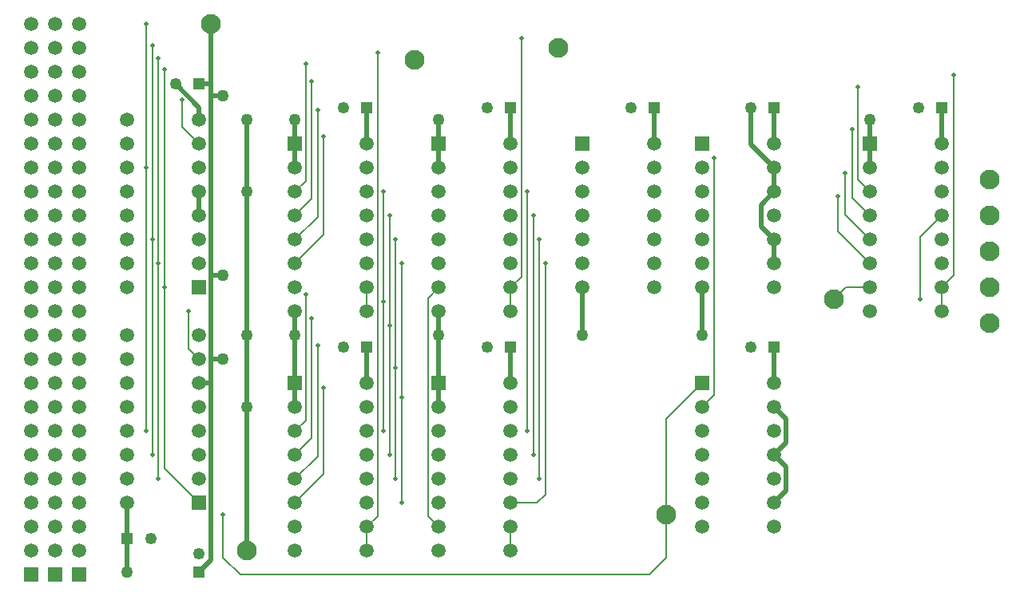
<source format=gbl>
G04*
G04 #@! TF.GenerationSoftware,Altium Limited,Altium Designer,21.9.1 (22)*
G04*
G04 Layer_Physical_Order=2*
G04 Layer_Color=16711680*
%FSLAX25Y25*%
%MOIN*%
G70*
G04*
G04 #@! TF.SameCoordinates,1B57D830-7C6C-45D8-81F8-1EB026DB8E10*
G04*
G04*
G04 #@! TF.FilePolarity,Positive*
G04*
G01*
G75*
%ADD24C,0.00800*%
%ADD25C,0.02000*%
%ADD26C,0.05906*%
%ADD27R,0.05906X0.05906*%
%ADD28R,0.04921X0.04921*%
%ADD29C,0.04921*%
%ADD30R,0.04921X0.04921*%
%ADD31C,0.05906*%
%ADD32R,0.05906X0.05906*%
%ADD33C,0.08268*%
%ADD34C,0.02000*%
%ADD35C,0.05000*%
D24*
X481000Y261000D02*
X490000Y270000D01*
X481000Y235000D02*
Y261000D01*
X254500Y144500D02*
Y338000D01*
X250000Y140000D02*
X254500Y144500D01*
X220000Y160000D02*
X229500Y169500D01*
Y215847D01*
X262000Y260000D02*
Y260063D01*
Y260000D02*
X262000Y206300D01*
Y160000D02*
Y206300D01*
X232000Y162000D02*
Y197999D01*
X264500Y194153D02*
Y250000D01*
Y150000D02*
Y194000D01*
X227000Y177000D02*
Y227000D01*
X224500Y184500D02*
Y237000D01*
X220000Y170000D02*
X227000Y177000D01*
X220000Y150000D02*
X232000Y162000D01*
X220000Y180000D02*
X224500Y184500D01*
X375000Y127152D02*
Y145000D01*
X197064Y120000D02*
X367848D01*
X375000Y127152D01*
X190000Y127064D02*
Y145000D01*
Y127064D02*
X197064Y120000D01*
X321000Y150000D02*
X324500Y153500D01*
X310000Y150000D02*
X321000D01*
X324500Y250000D02*
X324500Y153500D01*
X165500Y240107D02*
X165500Y331000D01*
X165500Y164500D02*
Y240107D01*
Y164500D02*
X180000Y150000D01*
X158000Y180000D02*
X158000Y350000D01*
X160500Y170000D02*
X160500Y341000D01*
X163000Y160000D02*
X163000Y335700D01*
X224500Y284500D02*
Y333500D01*
X220000Y280000D02*
X224500Y284500D01*
X172849Y307151D02*
X180000Y300000D01*
X172849Y307151D02*
Y318349D01*
X446428Y263572D02*
Y278000D01*
Y263572D02*
X460000Y250000D01*
X449446Y270554D02*
Y287912D01*
Y270554D02*
X460000Y260000D01*
X452500Y277500D02*
Y306000D01*
Y277500D02*
X460000Y270000D01*
X455000Y285000D02*
Y323625D01*
Y285000D02*
X460000Y280000D01*
X495000Y245000D02*
Y328661D01*
X490000Y240000D02*
X495000Y245000D01*
X490000Y230000D02*
Y240000D01*
X317000Y180000D02*
Y280000D01*
X319500Y170000D02*
Y270000D01*
X322000Y260063D02*
X322000Y160000D01*
X259500Y170000D02*
Y270000D01*
X257000Y180000D02*
Y280000D01*
X232000Y262000D02*
Y303000D01*
X220000Y250000D02*
X232000Y262000D01*
X227000Y277000D02*
Y326000D01*
X229500Y269500D02*
Y314153D01*
X220000Y260000D02*
X229500Y269500D01*
X220000Y270000D02*
X227000Y277000D01*
X314500Y244500D02*
Y344153D01*
X310000Y240000D02*
X314500Y244500D01*
X175500Y214500D02*
Y230000D01*
Y214500D02*
X180000Y210000D01*
X375000Y145000D02*
Y185000D01*
X390000Y200000D01*
X395000Y195000D02*
Y294153D01*
X390000Y190000D02*
X395000Y195000D01*
X310000Y230000D02*
Y240000D01*
X250000Y230000D02*
Y240000D01*
X310000Y130000D02*
Y140000D01*
X250000Y130000D02*
Y140000D01*
X450000Y240000D02*
X460000D01*
X445000Y235000D02*
X450000Y240000D01*
X275500Y235500D02*
X280000Y240000D01*
X275500Y144500D02*
Y235500D01*
Y144500D02*
X280000Y140000D01*
D25*
X200000Y190000D02*
Y220000D01*
Y130000D02*
Y190000D01*
X280000D02*
Y200000D01*
X420000Y250000D02*
Y260000D01*
X414500Y265500D02*
X420000Y260000D01*
X414500Y265500D02*
Y274500D01*
X420000Y280000D01*
Y290000D01*
X410157Y299843D02*
Y315000D01*
Y299843D02*
X420000Y290000D01*
X180000Y270000D02*
Y280000D01*
X200000D02*
Y310000D01*
Y220000D02*
Y280000D01*
X390000Y220000D02*
Y240000D01*
X340000Y220000D02*
Y240000D01*
X280000Y200000D02*
Y220000D01*
Y230000D01*
X220000Y220000D02*
Y230000D01*
Y200000D02*
Y220000D01*
X185000Y210000D02*
X190000D01*
X185000Y320000D02*
X185000Y320000D01*
Y350000D01*
X170158Y325000D02*
X180000Y315158D01*
Y310000D02*
Y315158D01*
X185000Y320000D02*
Y325000D01*
X180000D02*
X185000D01*
Y245000D02*
X190000D01*
X185000Y200000D02*
Y220000D01*
Y200000D02*
X185000Y139147D01*
X180000Y200000D02*
X185000D01*
X150000Y121063D02*
Y135000D01*
Y150000D01*
X180000Y121063D02*
X185000Y126063D01*
Y139147D01*
X185000Y220000D02*
Y245000D01*
Y320000D01*
X190000D01*
X220000Y190000D02*
Y200000D01*
X420000Y170000D02*
X425000Y165000D01*
Y155000D02*
Y165000D01*
X420000Y150000D02*
X425000Y155000D01*
X420000Y170000D02*
X425000Y175000D01*
Y185000D01*
X420000Y190000D02*
X425000Y185000D01*
X280000Y290000D02*
Y300000D01*
X220000Y290000D02*
Y300000D01*
X280000D02*
Y310000D01*
X220000Y300000D02*
Y310000D01*
X460000Y300000D02*
Y310000D01*
Y290000D02*
Y300000D01*
X420000Y200000D02*
Y215000D01*
X310000Y200000D02*
Y215000D01*
X250000Y200000D02*
Y215000D01*
X490000Y300000D02*
Y315000D01*
X420000Y300000D02*
Y315000D01*
X370000Y300000D02*
Y315000D01*
X310000Y300000D02*
Y315000D01*
X250000Y300000D02*
Y315000D01*
D26*
X120000Y350000D02*
D03*
Y340000D02*
D03*
Y330000D02*
D03*
Y320000D02*
D03*
Y310000D02*
D03*
Y300000D02*
D03*
Y290000D02*
D03*
Y280000D02*
D03*
Y270000D02*
D03*
Y260000D02*
D03*
Y250000D02*
D03*
Y240000D02*
D03*
Y230000D02*
D03*
Y220000D02*
D03*
Y210000D02*
D03*
Y200000D02*
D03*
Y190000D02*
D03*
Y180000D02*
D03*
Y170000D02*
D03*
Y160000D02*
D03*
Y150000D02*
D03*
Y140000D02*
D03*
Y130000D02*
D03*
X130000Y350000D02*
D03*
Y340000D02*
D03*
Y330000D02*
D03*
Y320000D02*
D03*
Y310000D02*
D03*
Y300000D02*
D03*
Y290000D02*
D03*
Y280000D02*
D03*
Y270000D02*
D03*
Y260000D02*
D03*
Y250000D02*
D03*
Y240000D02*
D03*
Y230000D02*
D03*
Y220000D02*
D03*
Y210000D02*
D03*
Y200000D02*
D03*
Y190000D02*
D03*
Y180000D02*
D03*
Y170000D02*
D03*
Y160000D02*
D03*
Y150000D02*
D03*
Y140000D02*
D03*
Y130000D02*
D03*
X110000Y220000D02*
D03*
Y210000D02*
D03*
Y240000D02*
D03*
Y230000D02*
D03*
Y200000D02*
D03*
Y190000D02*
D03*
Y180000D02*
D03*
Y170000D02*
D03*
Y130000D02*
D03*
Y140000D02*
D03*
Y150000D02*
D03*
Y160000D02*
D03*
Y250000D02*
D03*
Y260000D02*
D03*
Y270000D02*
D03*
Y280000D02*
D03*
Y290000D02*
D03*
Y300000D02*
D03*
Y310000D02*
D03*
Y320000D02*
D03*
Y330000D02*
D03*
Y340000D02*
D03*
Y350000D02*
D03*
D27*
X120000Y120000D02*
D03*
X130000D02*
D03*
X110000D02*
D03*
D28*
X180000Y121063D02*
D03*
D29*
X180000Y128937D02*
D03*
X159843Y135000D02*
D03*
X170158Y325000D02*
D03*
X410157Y215000D02*
D03*
X480158Y315000D02*
D03*
X410157D02*
D03*
X360157D02*
D03*
X300157D02*
D03*
X240158D02*
D03*
Y215000D02*
D03*
X300157D02*
D03*
D30*
X150000Y135000D02*
D03*
X180000Y325000D02*
D03*
X420000Y215000D02*
D03*
X490000Y315000D02*
D03*
X420000D02*
D03*
X370000D02*
D03*
X310000D02*
D03*
X250000D02*
D03*
Y215000D02*
D03*
X310000D02*
D03*
D31*
X460000Y280000D02*
D03*
Y250000D02*
D03*
X490000D02*
D03*
Y280000D02*
D03*
X150000Y310000D02*
D03*
Y300000D02*
D03*
Y290000D02*
D03*
Y280000D02*
D03*
Y270000D02*
D03*
Y260000D02*
D03*
Y250000D02*
D03*
Y240000D02*
D03*
X180000Y310000D02*
D03*
Y300000D02*
D03*
Y290000D02*
D03*
Y280000D02*
D03*
Y270000D02*
D03*
Y260000D02*
D03*
Y250000D02*
D03*
X150000Y220000D02*
D03*
Y210000D02*
D03*
Y200000D02*
D03*
Y190000D02*
D03*
Y180000D02*
D03*
Y170000D02*
D03*
Y160000D02*
D03*
Y150000D02*
D03*
X180000Y220000D02*
D03*
Y210000D02*
D03*
Y200000D02*
D03*
Y190000D02*
D03*
Y180000D02*
D03*
Y170000D02*
D03*
Y160000D02*
D03*
X370000Y240000D02*
D03*
Y270000D02*
D03*
Y250000D02*
D03*
Y280000D02*
D03*
X310000Y230000D02*
D03*
Y240000D02*
D03*
Y250000D02*
D03*
Y260000D02*
D03*
Y270000D02*
D03*
Y280000D02*
D03*
Y290000D02*
D03*
Y300000D02*
D03*
X280000Y230000D02*
D03*
Y240000D02*
D03*
Y250000D02*
D03*
Y260000D02*
D03*
Y270000D02*
D03*
Y280000D02*
D03*
Y290000D02*
D03*
X370000Y260000D02*
D03*
Y290000D02*
D03*
Y300000D02*
D03*
X340000Y240000D02*
D03*
Y250000D02*
D03*
Y260000D02*
D03*
Y270000D02*
D03*
Y280000D02*
D03*
Y290000D02*
D03*
X310000Y130000D02*
D03*
Y140000D02*
D03*
Y150000D02*
D03*
Y160000D02*
D03*
Y170000D02*
D03*
Y180000D02*
D03*
Y190000D02*
D03*
Y200000D02*
D03*
X280000Y130000D02*
D03*
Y140000D02*
D03*
Y150000D02*
D03*
Y160000D02*
D03*
Y170000D02*
D03*
Y180000D02*
D03*
Y190000D02*
D03*
X250000Y130000D02*
D03*
Y140000D02*
D03*
Y150000D02*
D03*
Y160000D02*
D03*
Y170000D02*
D03*
Y180000D02*
D03*
Y190000D02*
D03*
Y200000D02*
D03*
X220000Y130000D02*
D03*
Y140000D02*
D03*
Y150000D02*
D03*
Y160000D02*
D03*
Y170000D02*
D03*
Y180000D02*
D03*
Y190000D02*
D03*
X250000Y230000D02*
D03*
Y240000D02*
D03*
Y250000D02*
D03*
Y260000D02*
D03*
Y270000D02*
D03*
Y280000D02*
D03*
Y290000D02*
D03*
Y300000D02*
D03*
X220000Y230000D02*
D03*
Y240000D02*
D03*
Y250000D02*
D03*
Y260000D02*
D03*
Y270000D02*
D03*
Y280000D02*
D03*
Y290000D02*
D03*
X490000Y270000D02*
D03*
X390000D02*
D03*
Y260000D02*
D03*
Y290000D02*
D03*
X490000Y230000D02*
D03*
Y240000D02*
D03*
Y260000D02*
D03*
Y290000D02*
D03*
Y300000D02*
D03*
X460000Y230000D02*
D03*
Y240000D02*
D03*
Y260000D02*
D03*
Y270000D02*
D03*
Y290000D02*
D03*
X390000Y280000D02*
D03*
Y250000D02*
D03*
Y240000D02*
D03*
X420000Y300000D02*
D03*
Y290000D02*
D03*
Y280000D02*
D03*
Y270000D02*
D03*
Y260000D02*
D03*
Y250000D02*
D03*
Y240000D02*
D03*
X390000Y190000D02*
D03*
Y180000D02*
D03*
Y170000D02*
D03*
Y160000D02*
D03*
Y150000D02*
D03*
Y140000D02*
D03*
X420000Y200000D02*
D03*
Y190000D02*
D03*
Y180000D02*
D03*
Y170000D02*
D03*
Y160000D02*
D03*
Y150000D02*
D03*
Y140000D02*
D03*
D32*
X180000Y240000D02*
D03*
Y150000D02*
D03*
X280000Y300000D02*
D03*
X340000D02*
D03*
X280000Y200000D02*
D03*
X220000D02*
D03*
Y300000D02*
D03*
X390000D02*
D03*
X460000D02*
D03*
X390000Y200000D02*
D03*
D33*
X330000Y340000D02*
D03*
X270000Y335000D02*
D03*
X510000Y225000D02*
D03*
Y285000D02*
D03*
Y270000D02*
D03*
Y255000D02*
D03*
Y240000D02*
D03*
X375000Y145000D02*
D03*
X445000Y235000D02*
D03*
X200000Y130000D02*
D03*
X185000Y350000D02*
D03*
D34*
X481000Y235000D02*
D03*
X254500Y338000D02*
D03*
X259500Y224247D02*
D03*
X257000Y234247D02*
D03*
X229500Y215847D02*
D03*
X262000Y206300D02*
D03*
X232000Y197999D02*
D03*
X264500Y194153D02*
D03*
X227000Y227000D02*
D03*
X224500Y237000D02*
D03*
X158000Y290000D02*
D03*
X165500Y240107D02*
D03*
X163000Y250000D02*
D03*
X160500Y260000D02*
D03*
X158000Y180000D02*
D03*
X160500Y170000D02*
D03*
X163000Y160000D02*
D03*
X160500Y341000D02*
D03*
X163000Y335700D02*
D03*
X158000Y350000D02*
D03*
X165500Y331000D02*
D03*
X224500Y333500D02*
D03*
X172849Y318349D02*
D03*
X446428Y278000D02*
D03*
X449446Y287912D02*
D03*
X452500Y306000D02*
D03*
X455000Y323625D02*
D03*
X495000Y328661D02*
D03*
X324500Y250000D02*
D03*
X322000Y260000D02*
D03*
X319500Y270000D02*
D03*
X317000Y280000D02*
D03*
Y180000D02*
D03*
X319500Y170000D02*
D03*
X322000Y160000D02*
D03*
X264500Y250000D02*
D03*
X262000Y260000D02*
D03*
X259500Y270000D02*
D03*
X257000Y280000D02*
D03*
X264500Y150000D02*
D03*
X262000Y160000D02*
D03*
X259500Y170000D02*
D03*
X257000Y180000D02*
D03*
X232000Y303000D02*
D03*
X227000Y326000D02*
D03*
X229500Y314153D02*
D03*
X314500Y344153D02*
D03*
X175500Y230000D02*
D03*
X190000Y145000D02*
D03*
X395000Y294153D02*
D03*
D35*
X200000Y190000D02*
D03*
Y280000D02*
D03*
X390000Y220000D02*
D03*
X340000D02*
D03*
X280000D02*
D03*
X220000D02*
D03*
X200000D02*
D03*
X190000Y210000D02*
D03*
Y245000D02*
D03*
X150000Y121063D02*
D03*
X280000Y310000D02*
D03*
X220000D02*
D03*
X460000D02*
D03*
X200000D02*
D03*
X190000Y320000D02*
D03*
M02*

</source>
